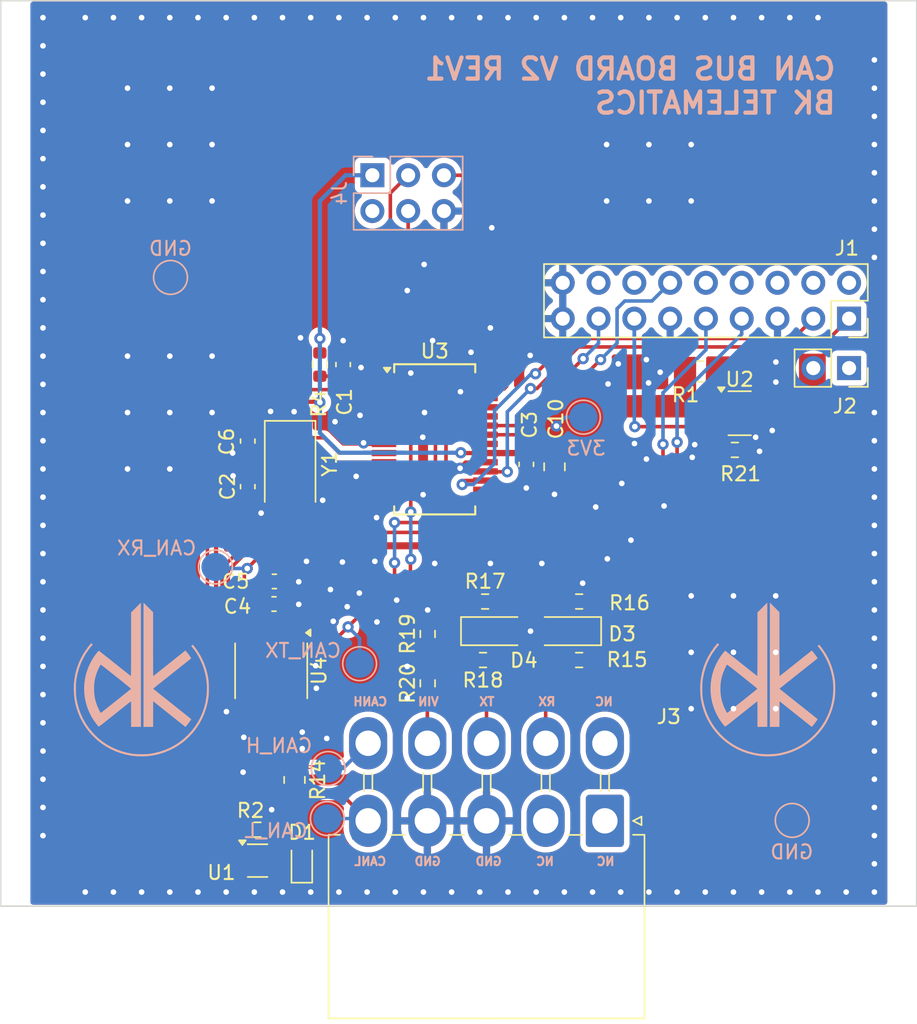
<source format=kicad_pcb>
(kicad_pcb (version 20241228) (generator "pcbnew") (generator_version "9.0")
  (title_block (date "2023-06-06") (rev "Rev 4"))
  (layers (0 "F.Cu" signal) (2 "B.Cu" signal) (13 "F.Paste" user) (15 "B.Paste" user) (5 "F.SilkS" user "F.Silkscreen") (7 "B.SilkS" user "B.Silkscreen") (1 "F.Mask" user) (3 "B.Mask" user) (25 "Edge.Cuts" user))
  (net 0 "")
  (net 1 "Net-(D3-K)")
  (net 2 "Net-(D4-K)")
  (net 3 "GND")
  (net 4 "/MCU/RESET")
  (net 8 "/UART0_RX")
  (net 10 "/UART0_TX")
  (net 12 "+VSYS")
  (net 13 "+3V3")
  (net 16 "/MCU/ICSP_DAT")
  (net 17 "/MCU/ICSP_CLK")
  (net 21 "/SERIAL_TX")
  (net 24 "/SERIAL_RX")
  (net 29 "/MCU/CAN_SHDN")
  (net 30 "/CAN_P")
  (net 31 "/CAN_N")
  (net 33 "/MCU/PIC_TX")
  (net 34 "/MCU/PIC_RX")
  (net 37 "/3V3_ON")
  (net 38 "Net-(J2-3.3V)")
  (net 39 "/OBD2_VIN")
  (net 40 "/OBD2_MEAS")
  (net 41 "/MCU/CAN_RX")
  (net 43 "/MCU/CAN_STBY")
  (net 44 "/MCU/CAN_TX")
  (net 45 "/MCU/PIC_PIN2")
  (net 46 "/MCU/PIC_PIN1")
  (net 47 "Net-(U3-OSC2_CLKOUT{slash}RA6)")
  (net 48 "Net-(U3-OSC1_CLKIN{slash}RA7)")
  (net 49 "/MCU/LED")
  (net 51 "Net-(D1-K)")
  (net 52 "Net-(D1-A)")
  (footprint "Package_SO:SOIC-8_3.9x4.9mm_P1.27mm" (layer "F.Cu") (at 148.245 118.365 -90)
    (property "Reference" "U4")
    (property "Value" "TCAN3413DR")
  )
  (footprint "Capacitor_SMD:C_0603_1608Metric" (layer "F.Cu") (at 148.47 112.025)
    (property "Reference" "C5")
    (property "Value" "1u")
  )
  (footprint "Resistor_SMD:R_0805_2012Metric" (layer "F.Cu") (at 149.9 126.1 -90)
    (property "Reference" "R14")
    (property "Value" "120R")
  )
  (footprint "Crystal:Crystal_SMD_5032-2Pin_5.0x3.2mm" (layer "F.Cu") (at 149.59 103.69 -90)
    (property "Reference" "Y1")
    (property "Value" "12MHz")
  )
  (footprint "Resistor_SMD:R_0603_1608Metric" (layer "F.Cu") (at 163.425 113.45)
    (property "Reference" "R17")
    (property "Value" "10K")
  )
  (footprint "Resistor_SMD:R_0603_1608Metric" (layer "F.Cu") (at 170.1 113.45 180)
    (property "Reference" "R16")
    (property "Value" "10K")
  )
  (footprint "Capacitor_SMD:C_0603_1608Metric" (layer "F.Cu") (at 166.35 103.725 -90)
    (property "Reference" "C3")
    (property "Value" "0.1u")
  )
  (footprint "Package_SO:SSOP-28_5.3x10.2mm_P0.65mm" (layer "F.Cu") (at 159.85 101.95)
    (property "Reference" "U3")
    (property "Value" "PIC18LF26K83-I/SS")
  )
  (footprint "Diode_SMD:D_SOD-123" (layer "F.Cu") (at 164.075 115.55)
    (property "Reference" "D4")
    (property "Value" "3.3V")
  )
  (footprint "Capacitor_SMD:C_0603_1608Metric" (layer "F.Cu") (at 153.35 96.65 90)
    (property "Reference" "C1")
    (property "Value" "0.1u")
  )
  (footprint "Connector_PinSocket_2.54mm:PinSocket_2x09_P2.54mm_Vertical" (layer "F.Cu") (at 189.255 93.393 -90)
    (property "Reference" "J1")
    (property "Value" "BK4000TG_Upper_Board_Signals")
  )
  (footprint "Resistor_SMD:R_0603_1608Metric" (layer "F.Cu") (at 147.27 129.63)
    (property "Reference" "R2")
    (property "Value" "150R")
  )
  (footprint "LED_SMD:LED_0603_1608Metric" (layer "F.Cu") (at 150.42 131.9 90)
    (property "Reference" "D1")
    (property "Value" "LED_Small_Filled" (hide yes))
  )
  (footprint "Resistor_SMD:R_0603_1608Metric" (layer "F.Cu") (at 181.15 102.7)
    (property "Reference" "R21")
    (property "Value" "100K")
  )
  (footprint "Resistor_SMD:R_0603_1608Metric" (layer "F.Cu") (at 159.35 119.25 90)
    (property "Reference" "R20")
    (property "Value" "120K")
  )
  (footprint "Resistor_SMD:R_0603_1608Metric" (layer "F.Cu") (at 163.275 117.6 180)
    (property "Reference" "R18")
    (property "Value" "10K")
  )
  (footprint "Capacitor_SMD:C_0603_1608Metric" (layer "F.Cu") (at 146.58 102.075 -90)
    (property "Reference" "C6")
    (property "Value" "18pF")
  )
  (footprint "Connector_PinSocket_2.54mm:PinSocket_1x02_P2.54mm_Vertical" (layer "F.Cu") (at 189.255 96.899 -90)
    (property "Reference" "J2")
    (property "Value" "BK4000TG_Upper_Board_Supply")
  )
  (footprint "Capacitor_SMD:C_0603_1608Metric" (layer "F.Cu") (at 148.445 113.625)
    (property "Reference" "C4")
    (property "Value" "0.1u")
  )
  (footprint "Capacitor_SMD:C_0603_1608Metric" (layer "F.Cu") (at 146.58 105.305 90)
    (property "Reference" "C2")
    (property "Value" "18pF")
  )
  (footprint "Package_TO_SOT_SMD:SOT-363_SC-70-6" (layer "F.Cu") (at 147.28 131.82)
    (property "Reference" "U1")
    (property "Value" "PUMH10,115" (hide yes))
  )
  (footprint "Connector_Molex:Molex_Mini-Fit_Jr_5569-10A2_2x05_P4.20mm_Horizontal" (layer "F.Cu") (at 171.925 129 180)
    (property "Reference" "J3")
    (property "Value" "Conn_02x05_Odd_Even")
  )
  (footprint "Fiducial:Fiducial_1mm_Mask2mm" (layer "F.Cu") (at 133.344 132.8402)
    (property "Reference" "FID1" (hide yes))
    (property "Value" "Fiducial")
  )
  (footprint "Fiducial:Fiducial_1mm_Mask2mm" (layer "F.Cu") (at 189.3764 73.2264)
    (property "Reference" "FID2" (hide yes))
    (property "Value" "Fiducial")
  )
  (footprint "Resistor_SMD:R_0603_1608Metric" (layer "F.Cu") (at 170.1 117.6)
    (property "Reference" "R15")
    (property "Value" "10K")
  )
  (footprint "Package_TO_SOT_SMD:TSOT-23-6" (layer "F.Cu") (at 181.4875 100.1)
    (property "Reference" "U2")
    (property "Value" "SIP32510")
  )
  (footprint "Capacitor_SMD:C_0805_2012Metric" (layer "F.Cu") (at 168.35 103.9 -90)
    (property "Reference" "C10")
    (property "Value" "10u")
  )
  (footprint "Resistor_SMD:R_0603_1608Metric" (layer "F.Cu") (at 151.7 96.65 -90)
    (property "Reference" "R4")
    (property "Value" "15K")
  )
  (footprint "Fiducial:Fiducial_1mm_Mask2mm" (layer "F.Cu") (at 133.3948 73.3026)
    (property "Reference" "FID3" (hide yes))
    (property "Value" "Fiducial")
  )
  (footprint "Diode_SMD:D_SOD-123" (layer "F.Cu") (at 169.3 115.55 180)
    (property "Reference" "D3")
    (property "Value" "3.3V")
  )
  (footprint "Resistor_SMD:R_0603_1608Metric" (layer "F.Cu") (at 159.35 115.75 90)
    (property "Reference" "R19")
    (property "Value" "10K")
  )
  (footprint "Resistor_SMD:R_0805_2012Metric_Pad1.20x1.40mm_HandSolder" (layer "F.Cu") (at 178.71 97.14 180)
    (property "Reference" "R1")
    (property "Value" "0" (hide yes))
  )
  (footprint "TestPoint:TestPoint_Pad_D2.0mm" (layer "B.Cu") (at 170.4 100.38)
    (property "Reference" "TP1" (hide yes))
    (property "Value" "3V3")
  )
  (footprint "TestPoint:TestPoint_Pad_D2.0mm" (layer "B.Cu") (at 152.29 125.29)
    (property "Reference" "TP4" (hide yes))
    (property "Value" "CAN_H")
  )
  (footprint "Connector_PinHeader_2.54mm:PinHeader_2x03_P2.54mm_Vertical" (layer "B.Cu") (at 155.425 83.225 -90)
    (property "Reference" "J4")
    (property "Value" "-")
  )
  (footprint "My_Footprints:bk_logo_10mm" (layer "B.Cu") (at 139 119 180)
    (property "Reference" "G***" (hide yes))
    (property "Value" "LOGO" (hide yes))
  )
  (footprint "My_Footprints:bk_logo_10mm" (layer "B.Cu") (at 183.45 119 180)
    (property "Reference" "G***" (hide yes))
    (property "Value" "LOGO" (hide yes))
  )
  (footprint "TestPoint:TestPoint_Pad_D2.0mm" (layer "B.Cu") (at 141.1 90.47)
    (property "Reference" "TP6" (hide yes))
    (property "Value" "GND")
  )
  (footprint "TestPoint:TestPoint_Pad_D2.0mm" (layer "B.Cu") (at 144.29 111)
    (property "Reference" "TP3" (hide yes))
    (property "Value" "CAN_RX")
  )
  (footprint "TestPoint:TestPoint_Pad_D2.0mm" (layer "B.Cu") (at 185.22 128.97)
    (property "Reference" "TP7" (hide yes))
    (property "Value" "GND")
  )
  (footprint "TestPoint:TestPoint_Pad_D2.0mm" (layer "B.Cu") (at 154.52 117.86)
    (property "Reference" "TP2" (hide yes))
    (property "Value" "CAN_TX")
  )
  (footprint "TestPoint:TestPoint_Pad_D2.0mm" (layer "B.Cu") (at 152.23 128.84)
    (property "Reference" "TP5" (hide yes))
    (property "Value" "CAN_L")
  )
  (gr_rect (start 129.05 70.85) (end 194.05 135.05) (stroke (width 0.1)) (fill no) (layer "Edge.Cuts"))
  (gr_text "NC" (at 171.86 120.55 0) (layer "B.SilkS") (effects (font (size 0.6 0.6)) (justify mirror)))
  (gr_text "CAN BUS BOARD V2 REV1\nBK TELEMATICS\n" (at 188.45 76.9 0) (layer "B.SilkS") (effects (font (size 1.5 1.5) (thickness 0.3)) (justify left mirror)))
  (gr_text "GND" (at 159.35 131.875 0) (layer "B.SilkS") (effects (font (size 0.6 0.6)) (justify mirror)))
  (gr_text "CANH" (at 155.275 120.55 0) (layer "B.SilkS") (effects (font (size 0.6 0.6)) (justify mirror)))
  (gr_text "CANL" (at 155.275 131.875 0) (layer "B.SilkS") (effects (font (size 0.6 0.6)) (justify mirror)))
  (gr_text "GND" (at 163.675 131.875 0) (layer "B.SilkS") (effects (font (size 0.6 0.6)) (justify mirror)))
  (gr_text "VIN" (at 159.4 120.55 0) (layer "B.SilkS") (effects (font (size 0.6 0.6)) (justify mirror)))
  (gr_text "TX" (at 163.55 120.55 0) (layer "B.SilkS") (effects (font (size 0.6 0.6)) (justify mirror)))
  (gr_text "NC" (at 171.975 131.875 0) (layer "B.SilkS") (effects (font (size 0.6 0.6)) (justify mirror)))
  (gr_text "NC" (at 167.68 131.875 0) (layer "B.SilkS") (effects (font (size 0.6 0.6)) (justify mirror)))
  (gr_text "RX" (at 167.81 120.55 0) (layer "B.SilkS") (effects (font (size 0.6 0.6)) (justify mirror)))
  (segment (start 170.925 113.45) (end 170.925 117.6) (width 0.25) (layer "F.Cu") (net 1))
  (segment (start 162.45 117.6) (end 162.45 113.6) (width 0.25) (layer "F.Cu") (net 2))
  (segment (start 162.45 113.6) (end 162.6 113.45) (width 0.25) (layer "F.Cu") (net 2))
  (segment (start 162.025 103.575) (end 161.8 103.8) (width 0.254) (layer "F.Cu") (net 3))
  (segment (start 161.8 103.8) (end 161.8 103.85) (width 0.254) (layer "F.Cu") (net 3))
  (segment (start 156.25 102.275) (end 154.875 102.275) (width 0.3) (layer "F.Cu") (net 3))
  (segment (start 163.45 103.575) (end 162.025 103.575) (width 0.254) (layer "F.Cu") (net 3))
  (segment (start 146.58 104.53) (end 146.58 102.85) (width 0.25) (layer "F.Cu") (net 3))
  (segment (start 161.8 103.85) (end 161.65 104) (width 0.254) (layer "F.Cu") (net 3))
  (segment (start 154.875 102.275) (end 154.8 102.2) (width 0.3) (layer "F.Cu") (net 3))
  (via (at 191.05 110.05) (size 0.8) (drill 0.4) (layers "F.Cu" "B.Cu") (net 3))
  (via (at 149.05 72.05) (size 0.8) (drill 0.4) (layers "F.Cu" "B.Cu") (net 3))
  (via (at 157.05 72.05) (size 0.8) (drill 0.4) (layers "F.Cu" "B.Cu") (net 3))
  (via (at 141.05 81.05) (size 0.8) (drill 0.4) (layers "F.Cu" "B.Cu") (net 3))
  (via (at 155.05 134.05) (size 0.8) (drill 0.4) (layers "F.Cu" "B.Cu") (net 3))
  (via (at 191.05 112.05) (size 0.8) (drill 0.4) (layers "F.Cu" "B.Cu") (net 3))
  (via (at 147.05 72.05) (size 0.8) (drill 0.4) (layers "F.Cu" "B.Cu") (net 3))
  (via (at 161.05 72.05) (size 0.8) (drill 0.4) (layers "F.Cu" "B.Cu") (net 3))
  (via (at 132.05 126.05) (size 0.8) (drill 0.4) (layers "F.Cu" "B.Cu") (net 3))
  (via (at 150.45 122.71) (size 0.8) (drill 0.4) (layers "F.Cu" "B.Cu") (net 3))
  (via (at 132.05 118.05) (size 0.8) (drill 0.4) (layers "F.Cu" "B.Cu") (net 3))
  (via (at 143.05 72.05) (size 0.8) (drill 0.4) (layers "F.Cu" "B.Cu") (net 3))
  (via (at 132.05 82.05) (size 0.8) (drill 0.4) (layers "F.Cu" "B.Cu") (net 3))
  (via (at 175.05 134.05) (size 0.8) (drill 0.4) (layers "F.Cu" "B.Cu") (net 3))
  (via (at 178.125 103.225) (size 0.8) (drill 0.4) (layers "F.Cu" "B.Cu") (net 3))
  (via (at 132.05 96.05) (size 0.8) (drill 0.4) (layers "F.Cu" "B.Cu") (net 3))
  (via (at 132.05 100.05) (size 0.8) (drill 0.4) (layers "F.Cu" "B.Cu") (net 3))
  (via (at 157.9 120.3) (size 0.8) (drill 0.4) (layers "F.Cu" "B.Cu") (net 3))
  (via (at 151.05 72.05) (size 0.8) (drill 0.4) (layers "F.Cu" "B.Cu") (net 3))
  (via (at 166.35 105.4) (size 0.8) (drill 0.4) (layers "F.Cu" "B.Cu") (net 3))
  (via (at 187.05 134.05) (size 0.8) (drill 0.4) (layers "F.Cu" "B.Cu") (net 3))
  (via (at 146.3 123.075) (size 0.8) (drill 0.4) (layers "F.Cu" "B.Cu") (net 3))
  (via (at 135.05 134.05) (size 0.8) (drill 0.4) (layers "F.Cu" "B.Cu") (net 3))
  (via (at 173.125 105.075) (size 0.8) (drill 0.4) (layers "F.Cu" "B.Cu") (net 3))
  (via (at 191.05 134.05) (size 0.8) (drill 0.4) (layers "F.Cu" "B.Cu") (net 3))
  (via (at 157.9 91.4) (size 0.8) (drill 0.4) (layers "F.Cu" "B.Cu") (net 3))
  (via (at 182.625 101.8) (size 0.8) (drill 0.4) (layers "F.Cu" "B.Cu") (net 3))
  (via (at 157.15 113.35) (size 0.8) (drill 0.4) (layers "F.Cu" "B.Cu") (net 3))
  (via (at 154.8 102.2) (size 0.8) (drill 0.4) (layers "F.Cu" "B.Cu") (net 3))
  (via (at 175.85 97.19) (size 0.8) (drill 0.4) (layers "F.Cu" "B.Cu") (net 3))
  (via (at 163.05 134.05) (size 0.8) (drill 0.4) (layers "F.Cu" "B.Cu") (net 3))
  (via (at 173.05 134.05) (size 0.8) (drill 0.4) (layers "F.Cu" "B.Cu") (net 3))
  (via (at 184.05 121.05) (size 0.8) (drill 0.4) (layers "F.Cu" "B.Cu") (net 3))
  (via (at 159.05 134.05) (size 0.8) (drill 0.4) (layers "F.Cu" "B.Cu") (net 3))
  (via (at 163.8 110.75) (size 0.8) (drill 0.4) (layers "F.Cu" "B.Cu") (net 3))
  (via (at 159 101.8) (size 0.8) (drill 0.4) (layers "F.Cu" "B.Cu") (net 3))
  (via (at 191.05 116.05) (size 0.8) (drill 0.4) (layers "F.Cu" "B.Cu") (net 3))
  (via (at 132.05 130.05) (size 0.8) (drill 0.4) (layers "F.Cu" "B.Cu") (net 3))
  (via (at 132.05 108.05) (size 0.8) (drill 0.4) (layers "F.Cu" "B.Cu") (net 3))
  (via (at 147.05 134.05) (size 0.8) (drill 0.4) (layers "F.Cu" "B.Cu") (net 3))
  (via (at 132.05 72.05) (size 0.8) (drill 0.4) (layers "F.Cu" "B.Cu") (net 3))
  (via (at 150.2 112.05) (size 0.8) (drill 0.4) (layers "F.Cu" "B.Cu") (net 3))
  (via (at 171.05 134.05) (size 0.8) (drill 0.4) (layers "F.Cu" "B.Cu") (net 3))
  (via (at 132.05 128.05) (size 0.8) (drill 0.4) (layers "F.Cu" "B.Cu") (net 3))
  (via (at 167.05 134.05) (size 0.8) (drill 0.4) (layers "F.Cu" "B.Cu") (net 3))
  (via (at 169.05 72.05) (size 0.8) (drill 0.4) (layers "F.Cu" "B.Cu") (net 3))
  (via (at 132.05 80.05) (size 0.8) (drill 0.4) (layers "F.Cu" "B.Cu") (net 3))
  (via (at 175.05 72.05) (size 0.8) (drill 0.4) (layers "F.Cu" "B.Cu") (net 3))
  (via (at 132.05 74.05) (size 0.8) (drill 0.4) (layers "F.Cu" "B.Cu") (net 3))
  (via (at 158.15 97.25) (size 0.8) (drill 0.4) (layers "F.Cu" "B.Cu") (net 3))
  (via (at 166.65 115.55) (size 0.8) (drill 0.4) (layers "F.Cu" "B.Cu") (net 3))
  (via (at 181.05 113.05) (size 0.8) (drill 0.4) (layers "F.Cu" "B.Cu") (net 3))
  (via (at 138.05 96.05) (size 0.8) (drill 0.4) (layers "F.Cu" "B.Cu") (net 3))
  (via (at 144.05 77.05) (size 0.8) (drill 0.4) (layers "F.Cu" "B.Cu") (net 3))
  (via (at 157.05 134.05) (size 0.8) (drill 0.4) (layers "F.Cu" "B.Cu") (net 3))
  (via (at 149.87 99.99) (size 0.8) (drill 0.4) (layers "F.Cu" "B.Cu") (net 3))
  (via (at 191.05 118.05) (size 0.8) (drill 0.4) (layers "F.Cu" "B.Cu") (net 3))
  (via (at 150.325 94.75) (size 0.8) (drill 0.4) (layers "F.Cu" "B.Cu") (net 3))
  (via (at 132.05 98.05) (size 0.8) (drill 0.4) (layers "F.Cu" "B.Cu") (net 3))
  (via (at 191.05 124.05) (size 0.8) (drill 0.4) (layers "F.Cu" "B.Cu") (net 3))
  (via (at 179.05 72.05) (size 0.8) (drill 0.4) (layers "F.Cu" "B.Cu") (net 3))
  (via (at 191.05 79.05) (size 0.8) (drill 0.4) (layers "F.Cu" "B.Cu") (net 3))
  (via (at 172.05 85.05) (size 0.8) (drill 0.4) (layers "F.Cu" "B.Cu") (net 3))
  (via (at 163.05 72.05) (size 0.8) (drill 0.4) (layers "F.Cu" "B.Cu") (net 3))
  (via (at 151.45 119.6) (size 0.8) (drill 0.4) (layers "F.Cu" "B.Cu") (net 3))
  (via (at 181.05 134.05) (size 0.8) (drill 0.4) (layers "F.Cu" "B.Cu") (net 3))
  (via (at 132.05 92.05) (size 0.8) (drill 0.4) (layers "F.Cu" "B.Cu") (net 3))
  (via (at 150.75 110.6) (size 0.8) (drill 0.4) (layers "F.Cu" "B.Cu") (net 3))
  (via (at 178.05 113.05) (size 0.8) (drill 0.4) (layers "F.Cu" "B.Cu") (net 3))
  (via (at 165.05 72.05) (size 0.8) (drill 0.4) (layers "F.Cu" "B.Cu") (net 3))
  (via (at 132.05 112.05) (size 0.8) (drill 0.4) (layers "F.Cu" "B.Cu") (net 3))
  (via (at 159.025 105.875) (size 0.8) (drill 0.4) (layers "F.Cu" "B.Cu") (net 3))
  (via (at 191.05 104.05) (size 0.8) (drill 0.4) (layers "F.Cu" "B.Cu") (net 3))
  (via (at 176.125 106.675) (size 0.8) (drill 0.4) (layers "F.Cu" "B.Cu") (net 3))
  (via (at 145.54 104.54) (size 0.8) (drill 0.4) (layers "F.Cu" "B.Cu") (net 3))
  (via (at 151.9 106.27) (size 0.8) (drill 0.4) (layers "F.Cu" "B.Cu") (net 3))
  (via (at 165.05 134.05) (size 0.8) (drill 0.4) (layers "F.Cu" "B.Cu") (net 3))
  (via (at 132.05 102.05) (size 0.8) (drill 0.4) (layers "F.Cu" "B.Cu") (net 3))
  (via (at 138.05 100.05) (size 0.8) (drill 0.4) (layers "F.Cu" "B.Cu") (net 3))
  (via (at 144.05 81.05) (size 0.8) (drill 0.4) (layers "F.Cu" "B.Cu") (net 3))
  (via (at 181.05 117.05) (size 0.8) (drill 0.4) (layers "F.Cu" "B.Cu") (net 3))
  (via (at 145.51 102.92) (size 0.8) (drill 0.4) (layers "F.Cu" "B.Cu") (net 3))
  (via (at 152.19 123.16) (size 0.8) (drill 0.4) (layers "F.Cu" "B.Cu") (net 3))
  (via (at 154.62 96.86) (size 0.8) (drill 0.4) (layers "F.Cu" "B.Cu") (net 3))
  (via (at 168.35 105.85) (size 0.8) (drill 0.4) (layers "F.Cu" "B.Cu") (net 3))
  (via (at 161.05 134.05) (size 0.8) (drill 0.4) (layers "F.Cu" "B.Cu") (net 3))
  (via (at 132.05 86.05) (size 0.8) (drill 0.4) (layers "F.Cu" "B.Cu") (net 3))
  (via (at 153.3 110.65) (size 0.8) (drill 0.4) (layers "F.Cu" "B.Cu") (net 3))
  (via (at 151.05 134.05) (size 0.8) (drill 0.4) (layers "F.Cu" "B.Cu") (net 3))
  (via (at 178.3 102.325) (size 0.8) (drill 0.4) (layers "F.Cu" "B.Cu") (net 3))
  (via (at 152.775 100.7) (size 0.8) (drill 0.4) (layers "F.Cu" "B.Cu") (net 3))
  (via (at 172.1 110.425) (size 0.8) (drill 0.4) (layers "F.Cu" "B.Cu") (net 3))
  (via (at 185.05 134.05) (size 0.8) (drill 0.4) (layers "F.Cu" "B.Cu") (net 3))
  (via (at 138.05 77.05) (size 0.8) (drill 0.4) (layers "F.Cu" "B.Cu") (net 3))
  (via (at 178.05 121.05) (size 0.8) (drill 0.4) (layers "F.Cu" "B.Cu") (net 3))
  (via (at 191.05 108.05) (size 0.8) (drill 0.4) (layers "F.Cu" "B.Cu") (net 3))
  (via (at 148.2 99.97) (size 0.8) (drill 0.4) (layers "F.Cu" "B.Cu") (net 3))
  (via (at 148.28 128.21) (size 0.8) (drill 0.4) (layers "F.Cu" "B.Cu") (net 3))
  (via (at 141.05 96.05) (size 0.8) (drill 0.4) (layers "F.Cu" "B.Cu") (net 3))
  (via (at 183.8 101.325) (size 0.8) (drill 0.4) (layers "F.Cu" "B.Cu") (net 3))
  (via (at 159.7 94.95) (size 0.8) (drill 0.4) (layers "F.Cu" "B.Cu") (net 3))
  (via (at 191.05 85.05) (size 0.8) (drill 0.4) (layers "F.Cu" "B.Cu") (net 3))
  (via (at 138.05 85.05) (size 0.8) (drill 0.4) (layers "F.Cu" "B.Cu") (net 3))
  (via (at 162.425 95.775) (size 0.8) (drill 0.4) (layers "F.Cu" "B.Cu") (net 3))
  (via (at 139.05 72.05) (size 0.8) (drill 0.4) (layers "F.Cu" "B.Cu") (net 3))
  (via (at 174.875 103.35) (size 0.8) (drill 0.4) (layers "F.Cu" "B.Cu") (net 3))
  (via (at 153.35 94.95) (size 0.8) (drill 0.4) (layers "F.Cu" "B.Cu") (net 3))
  (via (at 141.05 134.05) (size 0.8) (drill 0.4) (layers "F.Cu" "B.Cu") (net 3))
  (via (at 163.8 94.05) (size 0.8) (drill 0.4) (layers "F.Cu" "B.Cu") (net 3))
  (via (at 177.05 72.05) (size 0.8) (drill 0.4) (layers "F.Cu" "B.Cu") (net 3))
  (via (at 159.85 110.75) (size 0.8) (drill 0.4) (layers "F.Cu" "B.Cu") (net 3))
  (via (at 163.9 86.95) (size 0.8) (drill 0.4) (layers "F.Cu" "B.Cu") (net 3))
  (via (at 184.06 97.89) (size 0.8) (drill 0.4) (layers "F.Cu" "B.Cu") (net 3))
  (via (at 191.05 128.05) (size 0.8) (drill 0.4) (layers "F.Cu" "B.Cu") (net 3))
  (via (at 132.05 124.05) (size 0.8) (drill 0.4) (layers "F.Cu" "B.Cu") (net 3))
  (via (at 170.35 112.15) (size 0.8) (drill 0.4) (layers "F.Cu" "B.Cu") (net 3))
  (via (at 150.2 113.65) (size 0.8) (drill 0.4) (layers "F.Cu" "B.Cu") (net 3))
  (via (at 144.05 100.05) (size 0.8) (drill 0.4) (layers "F.Cu" "B.Cu") (net 3))
  (via (at 144.05 96.05) (size 0.8) (drill 0.4) (layers "F.Cu" "B.Cu") (net 3))
  (via (at 159.1 89.55) (size 0.8) (drill 0.4) (layers "F.Cu" "B.Cu") (net 3))
  (via (at 184.05 117.05) (size 0.8) (drill 0.4) (layers "F.Cu" "B.Cu") (net 3))
  (via (at 132.05 78.05) (size 0.8) (drill 0.4) (layers "F.Cu" "B.Cu") (net 3))
  (via (at 144.05 85.05) (size 0.8) (drill 0.4) (layers "F.Cu" "B.Cu") (net 3))
  (via (at 154.5 112.85) (size 0.8) (drill 0.4) (layers "F.Cu" "B.Cu") (net 3))
  (via (at 132.05 90.05) (size 0.8) (drill 0.4) (layers "F.Cu" "B.Cu") (net 3))
  (via (at 153.05 72.05) (size 0.8) (drill 0.4) (layers "F.Cu" "B.Cu") (net 3))
  (via (at 161.65 104) (size 0.8) (drill 0.4) (layers "F.Cu" "B.Cu") (net 3))
  (via (at 167.45 110.75) (size 0.8) (drill 0.4) (layers "F.Cu" "B.Cu") (net 3))
  (via (at 191.05 114.05) (size 0.8) (drill 0.4) (layers "F.Cu" "B.Cu") (net 3))
  (via (at 191.05 75.05) (size 0.8) (drill 0.4) (layers "F.Cu" "B.Cu") (net 3))
  (via (at 183.05 72.05) (size 0.8) (drill 0.4) (layers "F.Cu" "B.Cu") (net 3))
  (via (at 154.275 104.575) (size 0.8) (drill 0.4) (layers "F.Cu" "B.Cu") (net 3))
  (via (at 191.05 126.05) (size 0.8) (drill 0.4) (layers "F.Cu" "B.Cu") (net 3))
  (via (at 175.05 81.05) (size 0.8) (drill 0.4) (layers "F.Cu" "B.Cu") (net 3))
  (via (at 150.45 123.88) (size 0.8) (drill 0.4) (layers "F.Cu" "B.Cu") (net 3))
  (via (at 132.05 88.05) (size 0.8) (drill 0.4) (layers "F.Cu" "B.Cu") (net 3))
  (via (at 141.05 72.05) (size 0.8) (drill 0.4) (layers "F.Cu" "B.Cu") (net 3))
  (via (at 132.05 104.05) (size 0.8) (drill 0.4) (layers "F.Cu" "B.Cu") (net 3))
  (via (at 132.05 84.05) (size 0.8) (drill 0.4) (layers "F.Cu" "B.Cu") (net 3))
  (via (at 178.05 117.05) (size 0.8) (drill 0.4) (layers "F.Cu" "B.Cu") (net 3))
  (via (at 145.05 134.05) (size 0.8) (drill 0.4) (layers "F.Cu" "B.Cu") (net 3))
  (via (at 132.05 106.05) (size 0.8) (drill 0.4) (layers "F.Cu" "B.Cu") (net 3))
  (via (at 166.625 96) (size 0.8) (drill 0.4) (layers "F.Cu" "B.Cu") (net 3))
  (via (at 178.05 85.05) (size 0.8) (drill 0.4) (layers "F.Cu" "B.Cu") (net 3))
  (via (at 181.05 121.05) (size 0.8) (drill 0.4) (layers "F.Cu" "B.Cu") (net 3))
  (via (at 191.05 132.05) (size 0.8) (drill 0.4) (layers "F.Cu" "B.Cu") (net 3))
  (via (at 191.05 102.05) (size 0.8) (drill 0.4) (layers "F.Cu" "B.Cu") (net 3))
  (via (at 191.05 77.05) (size 0.8) (drill 0.4) (layers "F.Cu" "B.Cu") (net 3))
  (via (at 132.05 120.05) (size 0.8) (drill 0.4) (layers "F.Cu" "B.Cu") (net 3))
  (via (at 191.05 87.05) (size 0.8) (drill 0.4) (layers "F.Cu" "B.Cu") (net 3))
  (via (at 139.05 134.05) (size 0.8) (drill 0.4) (layers "F.Cu" "B.Cu") (net 3))
  (via (at 169.05 134.05) (size 0.8) (drill 0.4) (layers "F.Cu" "B.Cu") (net 3))
  (via (at 146.25 125.55) (size 0.8) (drill 0.4) (layers "F.Cu" "B.Cu") (net 3))
  (via (at 141.05 104.05) (size 0.8) (drill 0.4) (layers "F.Cu" "B.Cu") (net 3))
  (via (at 171.05 72.05) (size 0.8) (drill 0.4) (layers "F.Cu" "B.Cu") (net 3))
  (via (at 137.05 72.05) (size 0.8) (drill 0.4) (layers "F.Cu" "B.Cu") (net 3))
  (via (at 141.05 85.05) (size 0.8) (drill 0.4) (layers "F.Cu" "B.Cu") (net 3))
  (via (at 159.05 72.05) (size 0.8) (drill 0.4) (layers "F.Cu" "B.Cu") (net 3))
  (via (at 172.05 81.05) (size 0.8) (drill 0.4) (layers "F.Cu" "B.Cu") (net 3))
  (via (at 137.05 134.05) (size 0.8) (drill 0.4) (layers "F.Cu" "B.Cu") (net 3))
  (via (at 159.125 100.05) (size 0.8) (drill 0.4) (layers "F.Cu" "B.Cu") (net 3))
  (via (at 184.06 96.47) (size 0.8) (drill 0.4) (layers "F.Cu" "B.Cu") (net 3))
  (via (at 185.05 72.05) (size 0.8) (drill 0.4) (layers "F.Cu" "B.Cu") (net 3))
  (via (at 171.275 106.75) (size 0.8) (drill 0.4) (layers "F.Cu" "B.Cu") (net 3))
  (via (at 161.675 98.575) (size 0.8) (drill 0.4) (layers "F.Cu" "B.Cu") (net 3))
  (via (at 191.05 120.05) (size 0.8) (drill 0.4) (layers "F.Cu" "B.Cu") (net 3))
  (via (at 132.05 116.05) (size 0.8) (drill 0.4) (layers "F.Cu" "B.Cu") (net 3))
  (via (at 175.05 85.05) (size 0.8) (drill 0.4) (layers "F.Cu" "B.Cu") (net 3))
  (via (at 147.53 107.18) (size 0.8) (drill 0.4) (layers "F.Cu" "B.Cu") (net 3))
  (via (at 152.45 112.6) (size 0.8) (drill 0.4) (layers "F.Cu" "B.Cu") (net 3))
  (via (at 153.05 134.05) (size 0.8) (drill 0.4) (layers "F.Cu" "B.Cu") (net 3))
  (via (at 181.05 72.05) (size 0.8) (drill 0.4) (layers "F.Cu" "B.Cu") (net 3))
  (via (at 191.05 122.05) (size 0.8) (drill 0.4) (layers "F.Cu" "B.Cu") (net 3))
  (via (at 145.05 72.05) (size 0.8) (drill 0.4) (layers "F.Cu" "B.Cu") (net 3))
  (via (at 174.025 102.25) (size 0.8) (drill 0.4) (layers "F.Cu" "B.Cu") (net 3))
  (via (at 173.05 72.05) (size 0.8) (drill 0.4) (layers "F.Cu" "B.Cu") (net 3))
  (via (at 149.05 134.05) (size 0.8) (drill 0.4) (layers "F.Cu" "B.Cu") (net 3))
  (via (at 184.05 113.05) (size 0.8) (drill 0.4) (layers "F.Cu" "B.Cu") (net 3))
  (via (at 143.05 134.05) (size 0.8) (drill 0.4) (layers "F.Cu" "B.Cu") (net 3))
  (via (at 179.05 134.05) (size 0.8) (drill 0.4) (layers "F.Cu" "B.Cu") (net 3))
  (via (at 172.15 98.025) (size 0.8) (drill 0.4) (layers "F.Cu" "B.Cu") (net 3))
  (via (at 151.4 118) (size 0.8) (drill 0.4) (layers "F.Cu" "B.Cu") (net 3))
  (via (at 177.05 134.05) (size 0.8) (drill 0.4) (layers "F.Cu" "B.Cu") (net 3))
  (via (at 175.025 97.95) (size 0.8) (drill 0.4) (layers "F.Cu" "B.Cu") (net 3))
  (via (at 191.05 89.05) (size 0.8) (drill 0.4) (layers "F.Cu" "B.Cu") (net 3))
  (via (at 152.65 114.85) (size 0.8) (drill 0.4) (layers "F.Cu" "B.Cu") (net 3))
  (via (at 155.725 107.5) (size 0.8) (drill 0.4) (layers "F.Cu" "B.Cu") (net 3))
  (via (at 191.05 106.05) (size 0.8) (drill 0.4) (layers "F.Cu" "B.Cu") (net 3))
  (via (at 132.05 76.05) (size 0.8) (drill 0.4) (layers "F.Cu" "B.Cu") (net 3))
  (via (at 132.05 114.05) (size 0.8) (drill 0.4) (layers "F.Cu" "B.Cu") (net 3))
  (via (at 154.55 100.25) (size 0.8) (drill 0.4) (layers "F.Cu" "B.Cu") (net 3))
  (via (at 155.75 114.9) (size 0.8) (drill 0.4) (layers "F.Cu" "B.Cu") (net 3))
  (via (at 191.05 83.05) (size 0.8) (drill 0.4) (layers "F.Cu" "B.Cu") (net 3))
  (via (at 135.05 72.05) (size 0.8) (drill 0.4) (layers "F.Cu" "B.Cu") (net 3))
  (via (at 141.05 77.05) (size 0.8) (drill 0.4) (layers "F.Cu" "B.Cu") (net 3))
  (via (at 132.05 122.05) (size 0.8) (drill 0.4) (layers "F.Cu" "B.Cu") (net 3))
  (via (at 189.05 134.05) (size 0.8) (drill 0.4) (layers "F.Cu" "B.Cu") (net 3))
  (via (at 132.05 94.05) (size 0.8) (drill 0.4) (layers "F.Cu" "B.Cu") (net 3))
  (via (at 155.05 72.05) (size 0.8) (drill 0.4) (layers "F.Cu" "B.Cu") (net 3))
  (via (at 141.05 100.05) (size 0.8) (drill 0.4) (layers "F.Cu" "B.Cu") (net 3))
  (via (at 145.07 121.26) (size 0.8) (drill 0.4) (layers "F.Cu" "B.Cu") (net 3))
  (via (at 167.05 72.05) (size 0.8) (drill 0.4) (layers "F.Cu" "B.Cu") (net 3))
  (via (at 138.05 104.05) (size 0.8) (drill 0.4) (layers "F.Cu" "B.Cu") (net 3))
  (via (at 183.05 134.05) (size 0.8) (drill 0.4) (layers "F.Cu" "B.Cu") (net 3))
  (via (at 138.05 81.05) (size 0.8) (drill 0.4) (layers "F.Cu" "B.Cu") (net 3))
  (via (at 191.05 130.05) (size 0.8) (drill 0.4) (layers "F.Cu" "B.Cu") (net 3))
  (via (at 173.775 109.1) (size 0.8) (drill 0.4) (layers "F.Cu" "B.Cu") (net 3))
  (via (at 191.05 100.05) (size 0.8) (drill 0.4) (layers "F.Cu" "B.Cu") (net 3))
  (via (at 182.9 102.8) (size 0.8) (drill 0.4) (layers "F.Cu" "B.Cu") (net 3))
  (via (at 191.05 81.05) (size 0.8) (drill 0.4) (layers "F.Cu" "B.Cu") (net 3))
  (via (at 153.64 113.82) (size 0.8) (drill 0.4) (layers "F.Cu" "B.Cu") (net 3))
  (via (at 178.05 81.05) (size 0.8) (drill 0.4) (layers "F.Cu" "B.Cu") (net 3))
  (via (at 159.35 114.05) (size 0.8) (drill 0.4) (layers "F.Cu" "B.Cu") (net 3))
  (via (at 132.05 110.05) (size 0.8) (drill 0.4) (layers "F.Cu" "B.Cu") (net 3))
  (via (at 157.9 118.05) (size 0.8) (drill 0.4) (layers "F.Cu" "B.Cu") (net 3))
  (via (at 187.05 72.05) (size 0.8) (drill 0.4) (layers "F.Cu" "B.Cu") (net 3))
  (via (at 174.87 96.3) (size 0.8) (drill 0.4) (layers "F.Cu" "B.Cu") (net 3))
  (via (at 172.875 96.6) (size 0.8) (drill 0.4) (layers "F.Cu" "B.Cu") (net 3))
  (via (at 155.6 110.6) (size 0.8) (drill 0.4) (layers "F.Cu" "B.Cu") (net 3))
  (segment (start 154.225 97.475) (end 151.7 97.475) (width 0.25) (layer "F.Cu") (net 4))
  (segment (start 154.475 97.725) (end 154.225 97.475) (width 0.25) (layer "F.Cu") (net 4))
  (segment (start 156.7 95.55) (end 156.25 96) (width 0.254) (layer "F.Cu") (net 4))
  (segment (start 156.25 97.725) (end 154.475 97.725) (width 0.25) (layer "F.Cu") (net 4))
  (segment (start 157.965 83.225) (end 156.7 84.49) (width 0.254) (layer "F.Cu") (net 4))
  (segment (start 156.7 84.49) (end 156.7 95.55) (width 0.254) (layer "F.Cu") (net 4))
  (segment (start 156.25 96) (end 156.25 97.725) (width 0.254) (layer "F.Cu") (net 4))
  (segment (start 177.05 104.1) (end 177.05 102.15) (width 0.254) (layer "F.Cu") (net 8))
  (segment (start 169.275 113.45) (end 169.275 111.875) (width 0.254) (layer "F.Cu") (net 8))
  (segment (start 169.275 111.875) (end 171.55 109.6) (width 0.254) (layer "F.Cu") (net 8))
  (segment (start 171.55 109.6) (end 177.05 104.1) (width 0.254) (layer "F.Cu") (net 8))
  (via (at 177.05 102.15) (size 0.8) (drill 0.4) (layers "F.Cu" "B.Cu") (net 8))
  (segment (start 177.05 99.08) (end 181.635 94.495) (width 0.254) (layer "B.Cu") (net 8))
  (segment (start 181.635 94.495) (end 181.635 93.393) (width 0.254) (layer "B.Cu") (net 8))
  (segment (start 177.05 100.8) (end 177.05 100.1) (width 0.254) (layer "B.Cu") (net 8))
  (segment (start 177.05 100.8) (end 177.05 102.15) (width 0.254) (layer "B.Cu") (net 8))
  (segment (start 177.05 100.1) (end 177.05 100.085) (width 0.254) (layer "B.Cu") (net 8))
  (segment (start 177.05 100.1) (end 177.05 99.08) (width 0.254) (layer "B.Cu") (net 8))
  (segment (start 166.35 113.45) (end 170.7 109.1) (width 0.254) (layer "F.Cu") (net 10))
  (segment (start 176.05 103.75) (end 176.05 102.3) (width 0.254) (layer "F.Cu") (net 10))
  (segment (start 164.25 113.45) (end 166.35 113.45) (width 0.254) (layer "F.Cu") (net 10))
  (segment (start 170.7 109.1) (end 176.05 103.75) (width 0.254) (layer "F.Cu") (net 10))
  (via (at 176.05 102.3) (size 0.8) (drill 0.4) (layers "F.Cu" "B.Cu") (net 10))
  (segment (start 176.05 102.3) (end 176.05 98.65) (width 0.254) (layer "B.Cu") (net 10))
  (segment (start 176.05 98.65) (end 179.095 95.605) (width 0.254) (layer "B.Cu") (net 10))
  (segment (start 179.095 95.605) (end 179.095 93.393) (width 0.254) (layer "B.Cu") (net 10))
  (segment (start 169.65 102.95) (end 170.25 103.55) (width 0.5) (layer "F.Cu") (net 13))
  (segment (start 146.971 99.269) (end 144.334 101.906) (width 0.3) (layer "F.Cu") (net 13))
  (segment (start 144.334 127.644) (end 146.32 129.63) (width 0.3) (layer "F.Cu") (net 13))
  (segment (start 167.95 109.5) (end 169.775 107.675) (width 0.5) (layer "F.Cu") (net 13))
  (segment (start 146.32 129.63) (end 146.445 129.63) (width 0.3) (layer "F.Cu") (net 13))
  (segment (start 168.35 102.95) (end 169.65 102.95) (width 0.5) (layer "F.Cu") (net 13))
  (segment (start 147.61 113.685) (end 147.67 113.625) (width 0.5) (layer "F.Cu") (net 13))
  (segment (start 151.66 99.29) (end 150.56 99.29) (width 0.3) (layer "F.Cu") (net 13))
  (segment (start 147.61 111.29) (end 149.4 109.5) (width 0.5) (layer "F.Cu") (net 13))
  (segment (start 151.7 99.33) (end 151.66 99.29) (width 0.25) (layer "F.Cu") (net 13))
  (segment (start 170.25 107.2) (end 169.775 107.675) (width 0.5) (layer "F.Cu") (net 13))
  (segment (start 144.334 101.906) (end 144.334 127.644) (width 0.3) (layer "F.Cu") (net 13))
  (segment (start 163.45 102.925) (end 161.725 102.925) (width 0.3) (layer "F.Cu") (net 13))
  (segment (start 150.539 99.269) (end 146.971 99.269) (width 0.3) (layer "F.Cu") (net 13))
  (segment (start 147.61 115.9) (end 147.61 111.29) (width 0.5) (layer "F.Cu") (net 13))
  (segment (start 150.56 99.29) (end 150.539 99.269) (width 0.3) (layer "F.Cu") (net 13))
  (segment (start 149.4 109.5) (end 167.95 109.5) (width 0.5) (layer "F.Cu") (net 13))
  (segment (start 170.25 103.55) (end 170.25 107.2) (width 0.5) (layer "F.Cu") (net 13))
  (segment (start 161.725 102.925) (end 161.7 102.9) (width 0.3) (layer "F.Cu") (net 13))
  (segment (start 151.7 94.8) (end 151.7 95.825) (width 0.3) (layer "F.Cu") (net 13))
  (via (at 151.7 99.33) (size 0.8) (drill 0.4) (layers "F.Cu" "B.Cu") (net 13))
  (via (at 151.7 94.8) (size 0.8) (drill 0.4) (layers "F.Cu" "B.Cu") (net 13))
  (via (at 168.49 101.01) (size 0.8) (drill 0.4) (layers "F.Cu" "B.Cu") (net 13))
  (via (at 161.7 102.9) (size 0.8) (drill 0.4) (layers "F.Cu" "B.Cu") (net 13))
  (segment (start 151.7 99.33) (end 151.7 94.8) (width 0.3) (layer "B.Cu") (net 13))
  (segment (start 157.65 102.9) (end 153.1 102.9) (width 0.3) (layer "B.Cu") (net 13))
  (segment (start 169.12 100.38) (end 170.4 100.38) (width 0.25) (layer "B.Cu") (net 13))
  (segment (start 153.525 83.225) (end 151.7 85.05) (width 0.3) (layer "B.Cu") (net 13))
  (segment (start 151.7 101.5) (end 151.7 99.8) (width 0.3) (layer "B.Cu") (net 13))
  (segment (start 151.7 94.8) (end 151.7 85.05) (width 0.3) (layer "B.Cu") (net 13))
  (segment (start 161.7 102.9) (end 157.65 102.9) (width 0.3) (layer "B.Cu") (net 13))
  (segment (start 168.49 101.01) (end 169.12 100.38) (width 0.25) (layer "B.Cu") (net 13))
  (segment (start 157.65 102.9) (end 154.8 102.9) (width 0.3) (layer "B.Cu") (net 13))
  (segment (start 153.1 102.9) (end 151.7 101.5) (width 0.3) (layer "B.Cu") (net 13))
  (segment (start 151.7 99.8) (end 151.7 99.33) (width 0.3) (layer "B.Cu") (net 13))
  (segment (start 155.425 83.225) (end 153.525 83.225) (width 0.3) (layer "B.Cu") (net 13))
  (segment (start 157.965 85.765) (end 157.965 89.965) (width 0.254) (layer "F.Cu") (net 16))
  (segment (start 157.965 89.965) (end 163.45 95.45) (width 0.254) (layer "F.Cu") (net 16))
  (segment (start 163.45 95.45) (end 163.45 97.725) (width 0.254) (layer "F.Cu") (net 16))
  (segment (start 164.775 98.375) (end 164.95 98.2) (width 0.254) (layer "F.Cu") (net 17))
  (segment (start 163.45 98.375) (end 164.775 98.375) (width 0.254) (layer "F.Cu") (net 17))
  (segment (start 161.725 83.225) (end 160.505 83.225) (width 0.254) (layer "F.Cu") (net 17))
  (segment (start 164.95 98.2) (end 164.95 86.45) (width 0.254) (layer "F.Cu") (net 17))
  (segment (start 164.95 86.45) (end 161.725 83.225) (width 0.254) (layer "F.Cu") (net 17))
  (segment (start 164.1 119.4) (end 164.1 117.6) (width 0.25) (layer "F.Cu") (net 21))
  (segment (start 163.525 119.975) (end 164.1 119.4) (width 0.25) (layer "F.Cu") (net 21))
  (segment (start 163.525 123.5) (end 163.525 119.975) (width 0.25) (layer "F.Cu") (net 21))
  (segment (start 167.725 123.5) (end 167.725 120.825) (width 0.25) (layer "F.Cu") (net 24))
  (segment (start 167.725 120.825) (end 169.275 119.275) (width 0.25) (layer "F.Cu") (net 24))
  (segment (start 169.275 119.275) (end 169.275 117.6) (width 0.25) (layer "F.Cu") (net 24))
  (segment (start 144.76 117.04099) (end 144.76 117.08) (width 0.25) (layer "F.Cu") (net 29))
  (segment (start 144.760495 117.040495) (end 144.76 117.04099) (width 0.25) (layer "F.Cu") (net 29))
  (segment (start 153.601009 105.525) (end 151.707009 107.419) (width 0.25) (layer "F.Cu") (net 29))
  (segment (start 144.76 117.08) (end 146.34 118.66) (width 0.25) (layer "F.Cu") (net 29))
  (segment (start 156.25 105.525) (end 153.601009 105.525) (width 0.25) (layer "F.Cu") (net 29))
  (segment (start 151.707009 107.419) (end 148.409446 107.419) (width 0.25) (layer "F.Cu") (net 29))
  (segment (start 148.409446 107.419) (end 144.760495 111.067951) (width 0.25) (layer "F.Cu") (net 29))
  (segment (start 144.760495 111.067951) (end 144.760495 117.040495) (width 0.25) (layer "F.Cu") (net 29))
  (segment (start 146.34 118.66) (end 146.34 120.85) (width 0.25) (layer "F.Cu") (net 29))
  (segment (start 153.4375 125.1875) (end 155.125 123.5) (width 0.254) (layer "F.Cu") (net 30))
  (segment (start 148.5875 125.1875) (end 148.3 124.9) (width 0.254) (layer "F.Cu") (net 30))
  (segment (start 148.88 122.32) (end 148.88 120.85) (width 0.254) (layer "F.Cu") (net 30))
  (segment (start 148.3 122.9) (end 148.88 122.32) (width 0.254) (layer "F.Cu") (net 30))
  (segment (start 148.3 124.9) (end 148.3 124.42) (width 0.254) (layer "F.Cu") (net 30))
  (segment (start 149.9 125.1875) (end 148.5875 125.1875) (width 0.254) (layer "F.Cu") (net 30))
  (segment (start 148.3 124.42) (end 148.3 122.9) (width 0.254) (layer "F.Cu") (net 30))
  (segment (start 149.9 125.1875) (end 153.4375 125.1875) (width 0.254) (layer "F.Cu") (net 30))
  (segment (start 155.125 124.25) (end 155.125 123.5) (width 0.254) (layer "F.Cu") (net 30))
  (segment (start 153.87 123.5) (end 155.125 123.5) (width 0.2) (layer "B.Cu") (net 30))
  (segment (start 153.335 125.29) (end 155.125 123.5) (width 0.24) (layer "B.Cu") (net 30))
  (segment (start 152.29 125.29) (end 153.335 125.29) (width 0.24) (layer "B.Cu") (net 30))
  (segment (start 153.1375 127.0125) (end 155.125 129) (width 0.254) (layer "F.Cu") (net 31))
  (segment (start 147.61 120.85) (end 147.61 126.21) (width 0.254) (layer "F.Cu") (net 31))
  (segment (start 147.785 126.385) (end 148.4125 127.0125) (width 0.254) (layer "F.Cu") (net 31))
  (segment (start 148.4125 127.0125) (end 149.9 127.0125) (width 0.254) (layer "F.Cu") (net 31))
  (segment (start 147.61 126.21) (end 147.785 126.385) (width 0.254) (layer "F.Cu") (net 31))
  (segment (start 149.9 127.0125) (end 153.1375 127.0125) (width 0.254) (layer "F.Cu") (net 31))
  (segment (start 154.42 130.24) (end 154.07 130.24) (width 0.2) (layer "B.Cu") (net 31))
  (segment (start 155.35 129.31) (end 154.42 130.24) (width 0.2) (layer "B.Cu") (net 31))
  (segment (start 155.125 129) (end 154.965 128.84) (width 0.24) (layer "B.Cu") (net 31))
  (segment (start 155.125 129.085) (end 155.35 129.31) (width 0.2) (layer "B.Cu") (net 31))
  (segment (start 154.965 128.84) (end 152.23 128.84) (width 0.24) (layer "B.Cu") (net 31))
  (segment (start 155.125 129) (end 155.125 129.085) (width 0.2) (layer "B.Cu") (net 31))
  (segment (start 163.45 104.875) (end 161.875 104.875) (width 0.254) (layer "F.Cu") (net 33))
  (segment (start 186.715 93.393) (end 185.308 94.8) (width 0.254) (layer "F.Cu") (net 33))
  (segment (start 163.45 104.875) (end 162.075 104.875) (width 0.254) (layer "F.Cu") (net 33))
  (segment (start 185.308 94.8) (end 169.5 94.8) (width 0.254) (layer "F.Cu") (net 33))
  (segment (start 162.075 104.875) (end 161.8 105.15) (width 0.254) (layer "F.Cu") (net 33))
  (segment (start 169.5 94.8) (end 167 97.3) (width 0.254) (layer "F.Cu") (net 33))
  (via (at 161.8 105.15) (size 0.8) (drill 0.4) (layers "F.Cu" "B.Cu") (net 33))
  (via (at 167 97.3) (size 0.8) (drill 0.4) (layers "F.Cu" "B.Cu") (net 33))
  (segment (start 162.6 105.15) (end 163 104.75) (width 0.254) (layer "B.Cu") (net 33))
  (segment (start 166.7 97.3) (end 164.1 99.9) (width 0.254) (layer "B.Cu") (net 33))
  (segment (start 161.8 105.15) (end 162.6 105.15) (width 0.254) (layer "B.Cu") (net 33))
  (segment (start 167 97.3) (end 166.7 97.3) (width 0.254) (layer "B.Cu") (net 33))
  (segment (start 164.1 99.9) (end 164.1 103.65) (width 0.254) (layer "B.Cu") (net 33))
  (segment (start 164.1 103.65) (end 163 104.75) (width 0.254) (layer "B.Cu") (net 33))
  (segment (start 170.05 95.4) (end 187.248 95.4) (width 0.254) (layer "F.Cu") (net 34))
  (segment (start 166.65 98.35) (end 167.1 98.35) (width 0.254) (layer "F.Cu") (net 34))
  (segment (start 167.1 98.35) (end 170.05 95.4) (width 0.254) (layer "F.Cu") (net 34))
  (segment (start 165 104.25) (end 163.475 104.25) (width 0.254) (layer "F.Cu") (net 34))
  (segment (start 163.475 104.25) (end 163.45 104.225) (width 0.254) (layer "F.Cu") (net 34))
  (segment (start 187.248 95.4) (end 189.255 93.393) (width 0.254) (layer "F.Cu") (net 34))
  (via (at 166.65 98.35) (size 0.8) (drill 0.4) (layers "F.Cu" "B.Cu") (net 34))
  (via (at 165 104.25) (size 0.8) (drill 0.4) (layers "F.Cu" "B.Cu") (net 34))
  (segment (start 165 100) (end 166.65 98.35) (width 0.254) (layer "B.Cu") (net 34))
  (segment (start 165 104.25) (end 165 100) (width 0.254) (layer "B.Cu") (net 34))
  (segment (start 180.325 101.075) (end 180.35 101.05) (width 0.254) (layer "F.Cu") (net 37))
  (segment (start 174.05 101.05) (end 180.35 101.05) (width 0.254) (layer "F.Cu") (net 37))
  (segment (start 180.35 101.05) (end 178.15 101.05) (width 0.254) (layer "F.Cu") (net 37))
  (segment (start 180.325 102.7) (end 180.325 101.075) (width 0.254) (layer "F.Cu") (net 37))
  (via (at 174.05 101.05) (size 0.8) (drill 0.4) (layers "F.Cu" "B.Cu") (net 37))
  (segment (start 174.015 101.015) (end 174.015 93.393) (width 0.254) (layer "B.Cu") (net 37))
  (segment (start 174.05 101.05) (end 174.015 101.015) (width 0.254) (layer "B.Cu") (net 37))
  (segment (start 174.015 93.393) (end 174.015 98.815) (width 0.254) (layer "B.Cu") (net 37))
  (segment (start 159.325 120.1) (end 159.35 120.075) (width 0.254) (layer "F.Cu") (net 39))
  (segment (start 159.325 123.5) (end 159.325 120.1) (width 0.254) (layer "F.Cu") (net 39))
  (segment (start 158.15 98.75) (end 157.775 98.375) (width 0.254) (layer "F.Cu") (net 40))
  (segment (start 159.35 118.425) (end 159.35 116.575) (width 0.254) (layer "F.Cu") (net 40))
  (segment (start 158.15 107.1) (end 158.15 98.75) (width 0.254) (layer "F.Cu") (net 40))
  (segment (start 157.775 98.375) (end 156.25 98.375) (width 0.254) (layer "F.Cu") (net 40))
  (segment (start 158.125 110.475) (end 158.15 110.45) (width 0.254) (layer "F.Cu") (net 40))
  (segment (start 159.35 116.575) (end 158.425 116.575) (width 0.254) (layer "F.Cu") (net 40))
  (segment (start 158.125 116.275) (end 158.125 110.475) (width 0.254) (layer "F.Cu") (net 40))
  (segment (start 158.425 116.575) (end 158.125 116.275) (width 0.254) (layer "F.Cu") (net 40))
  (via (at 158.15 110.45) (size 0.8) (drill 0.4) (layers "F.Cu" "B.Cu") (net 40))
  (via (at 158.15 107.1) (size 0.8) (drill 0.4) (layers "F.Cu" "B.Cu") (net 40))
  (segment (start 158.15 110.45) (end 158.15 107.1) (width 0.254) (layer "B.Cu") (net 40))
  (segment (start 159.35 108.55) (end 157.25 108.55) (width 0.254) (layer "F.Cu") (net 41))
  (segment (start 160.65 107.25) (end 159.35 108.55) (width 0.254) (layer "F.Cu") (net 41))
  (segment (start 146.34 111.31) (end 146.545 111.105) (width 0.254) (layer "F.Cu") (net 41))
  (segment (start 146.545 111.105) (end 149.1 108.55) (width 0.254) (layer "F.Cu") (net 41))
  (segment (start 149.1 108.55) (end 157.25 108.55) (width 0.254) (layer "F.Cu") (net 41))
  (segment (start 160.65 101.2) (end 160.65 107.25) (width 0.254) (layer "F.Cu") (net 41))
  (segment (start 146.34 115.9) (end 146.34 111.31) (width 0.254) (layer "F.Cu") (net 41))
  (segment (start 161.525 100.325) (end 160.65 101.2) (width 0.254) (layer "F.Cu") (net 41))
  (segment (start 163.45 100.325) (end 161.525 100.325) (width 0.254) (layer "F.Cu") (net 41))
  (via (at 146.545 111.105) (size 0.8) (drill 0.4) (layers "F.Cu" "B.Cu") (net 41))
  (segment (start 144.4 111.11) (end 144.29 111) (width 0.25) (layer "B.Cu") (net 41))
  (segment (start 146.545 111.105) (end 145.945 111.105) (width 0.25) (layer "B.Cu") (net 41))
  (segment (start 145.94 111.11) (end 144.4 111.11) (width 0.25) (layer "B.Cu") (net 41))
  (segment (start 145.945 111.105) (end 145.94 111.11) (width 0.25) (layer "B.Cu") (net 41))
  (segment (start 153.595 106.175) (end 151.95 107.82) (width 0.25) (layer "F.Cu") (net 43))
  (segment (start 146.45 118.2) (end 149.25 118.2) (width 0.254) (layer "F.Cu") (net 43))
  (segment (start 151.95 107.82) (end 148.63 107.82) (width 0.25) (layer "F.Cu") (net 43))
  (segment (start 156.25 106.175) (end 153.595 106.175) (width 0.25) (layer "F.Cu") (net 43))
  (segment (start 149.25 118.2) (end 150.15 119.1) (width 0.254) (layer "F.Cu") (net 43))
  (segment (start 150.15 119.1) (end 150.15 120.85) (width 0.254) (layer "F.Cu") (net 43))
  (segment (start 145.2 111.25) (end 145.2 116.95) (width 0.254) (layer "F.Cu") (net 43))
  (segment (start 145.2 116.95) (end 146.45 118.2) (width 0.254) (layer "F.Cu") (net 43))
  (segment (start 148.63 107.82) (end 145.2 111.25) (width 0.25) (layer "F.Cu") (net 43))
  (segment (start 155.3 113.65) (end 157 111.95) (width 0.254) (layer "F.Cu") (net 44))
  (segment (start 150.16 115.9) (end 151.15 115.9) (width 0.254) (layer "F.Cu") (net 44))
  (segment (start 157 110.7) (end 157 110.65) (width 0.254) (layer "F.Cu") (net 44))
  (segment (start 157 107.85) (end 158.8 107.85) (width 0.254) (layer "F.Cu") (net 44))
  (segment (start 153.7 115.25) (end 153.05 115.9) (width 0.254) (layer "F.Cu") (net 44))
  (segment (start 153.05 115.9) (end 150.16 115.9) (width 0.254) (layer "F.Cu") (net 44))
  (segment (start 157 111.95) (end 157 110.7) (width 0.254) (layer "F.Cu") (net 44))
  (segment (start 153.7 115.25) (end 155.3 113.65) (width 0.254) (layer "F.Cu") (net 44))
  (segment (start 159.9 100.9) (end 161.125 99.675) (width 0.254) (layer "F.Cu") (net 44))
  (segment (start 158.8 107.85) (end 159.9 106.75) (width 0.254) (layer "F.Cu") (net 44))
  (segment (start 159.9 106.75) (end 159.9 100.9) (width 0.254) (layer "F.Cu") (net 44))
  (segment (start 161.125 99.675) (end 163.45 99.675) (width 0.254) (layer "F.Cu") (net 44))
  (segment (start 150.16 115.9) (end 150.15 115.89) (width 0.254) (layer "F.Cu") (net 44))
  (via (at 157 110.7) (size 0.8) (drill 0.4) (layers "F.Cu" "B.Cu") (net 44))
  (via (at 153.7 115.25) (size 0.8) (drill 0.4) (layers "F.Cu" "B.Cu") (net 44))
  (via (at 157 107.85) (size 0.8) (drill 0.4) (layers "F.Cu" "B.Cu") (net 44))
  (segment (start 153.7 115.25) (end 154.52 116.07) (width 0.25) (layer "B.Cu") (net 44))
  (segment (start 154.52 116.07) (end 154.52 117.86) (width 0.25) (layer "B.Cu") (net 44))
  (segment (start 157 110.7) (end 157 107.85) (width 0.254) (layer "B.Cu") (net 44))
  (segment (start 163.45 100.975) (end 165.635 100.975) (width 0.25) (layer "F.Cu") (net 45))
  (segment (start 165.635 100.975) (end 170.38 96.23) (width 0.25) (layer "F.Cu") (net 45))
  (via (at 170.38 96.23) (size 0.8) (drill 0.4) (layers "F.Cu" "B.Cu") (net 45))
  (segment (start 171.475 95.135) (end 171.475 93.393) (width 0.25) (layer "B.Cu") (net 45))
  (segment (start 170.38 96.23) (end 171.475 95.135) (width 0.25) (layer "B.Cu") (net 45))
  (segment (start 166.295 101.625) (end 171.62 96.3) (width 0.25) (layer "F.Cu") (net 46))
  (segment (start 163.45 101.625) (end 166.295 101.625) (width 0.25) (layer "F.Cu") (net 46))
  (via (at 171.62 96.3) (size 0.8) (drill 0.4) (layers "F.Cu" "B.Cu") (net 46))
  (segment (start 173.34 92.14) (end 175.268 92.14) (width 0.25) (layer "B.Cu") (net 46))
  (segment (start 172.79 95.13) (end 172.79 92.69) (width 0.25) (layer "B.Cu") (net 46))
  (segment (start 171.62 96.3) (end 172.79 95.13) (width 0.25) (layer "B.Cu") (net 46))
  (segment (start 172.79 92.69) (end 173.34 92.14) (width 0.25) (layer "B.Cu") (net 46))
  (segment (start 175.268 92.14) (end 176.555 90.853) (width 0.25) (layer "B.Cu") (net 46))
  (segment (start 151.09 105.54) (end 149.59 105.54) (width 0.25) (layer "F.Cu") (net 47))
  (segment (start 156.25 103.575) (end 153.055 103.575) (width 0.25) (layer "F.Cu") (net 47))
  (segment (start 146.58 106.08) (end 149.05 106.08) (width 0.25) (layer "F.Cu") (net 47))
  (segment (start 149.05 106.08) (end 149.59 105.54) (width 0.25) (layer "F.Cu") (net 47))
  (segment (start 153.055 103.575) (end 151.09 105.54) (width 0.25) (layer "F.Cu") (net 47))
  (segment (start 151.99 101.84) (end 149.59 101.84) (width 0.25) (layer "F.Cu") (net 48))
  (segment (start 153.075 102.925) (end 151.99 101.84) (width 0.25) (layer "F.Cu") (net 48))
  (segment (start 146.58 101.3) (end 149.05 101.3) (width 0.25) (layer "F.Cu") (net 48))
  (segment (start 149.05 101.3) (end 149.59 101.84) (width 0.25) (layer "F.Cu") (net 48))
  (segment (start 156.25 102.925) (end 153.075 102.925) (width 0.25) (layer "F.Cu") (net 48))
  (segment (start 146.005001 131.82) (end 146.33 131.82) (width 0.25) (layer "F.Cu") (net 49))
  (segment (start 154.59 98.43) (end 147.1 98.43) (width 0.25) (layer "F.Cu") (net 49))
  (segment (start 143.72 101.81) (end 143.72 129.534999) (width 0.25) (layer "F.Cu") (net 49))
  (segment (start 156.25 99.025) (end 156.165 98.94) (width 0.25) (layer "F.Cu") (net 49))
  (segment (start 155.1 98.94) (end 154.59 98.43) (width 0.25) (layer "F.Cu") (net 49))
  (segment (start 143.72 129.534999) (end 146.005001 131.82) (width 0.25) (layer "F.Cu") (net 49))
  (segment (start 147.1 98.43) (end 143.72 101.81) (width 0.25) (layer "F.Cu") (net 49))
  (segment (start 156.165 98.94) (end 155.1 98.94) (width 0.25) (layer "F.Cu") (net 49))
  (segment (start 148.23 131.17) (end 148.9025 131.17) (width 0.3) (layer "F.Cu") (net 51))
  (segment (start 148.9025 131.17) (end 150.42 132.6875) (width 0.3) (layer "F.Cu") (net 51))
  (segment (start 148.9375 129.63) (end 150.42 131.1125) (width 0.3) (layer "F.Cu") (net 52))
  (segment (start 148.095 129.63) (end 148.9375 129.63) (width 0.3) (layer "F.Cu") (net 52))
  (zone (net 13) (net_name "+3V3") (layer "F.Cu") (priority 2) (connect_pads yes (clearance 0.2)) (min_thickness 0.15) (fill yes (thermal_gap 0.508) (thermal_bridge_width 0.508))
    (polygon (pts (xy 181.0125 98.85) (xy 178.4 98.88) (xy 178.4 96.1) (xy 176.82 96.1) (xy 176.83 98.8) (xy 165.6 98.85) (xy 165.6 102.7) (xy 162.575 102.7) (xy 162.575 103.15) (xy 165.6 103.15) (xy 165.6 103.5) (xy 167.475 103.5) (xy 172.22 103.5) (xy 172.22 100.4) (xy 181.0125 100.4)))
  )
  (zone (net 38) (net_name "Net-(J2-3.3V)") (layer "F.Cu") (priority 1) (connect_pads yes (clearance 0.35)) (min_thickness 0.25) (fill yes (thermal_gap 0.5) (thermal_bridge_width 0.5))
    (polygon (pts (xy 187.6 100.4) (xy 181.95 100.4) (xy 181.95 98.7) (xy 181.93 98.13) (xy 179.08 98.13) (xy 179.12 96.07) (xy 182.78 96.07) (xy 182.78 98.6907) (xy 185.7 98.7) (xy 185.7 95.65) (xy 187.6 95.65)))
  )
  (zone (net 3) (net_name "GND") (layers "*.Cu") (connect_pads thru_hole_only (clearance 0.4)) (min_thickness 0.4) (fill yes (thermal_gap 0.508) (thermal_bridge_width 0.508))
    (polygon (pts (xy 191.9672 134.9484) (xy 131.1596 134.9484) (xy 131.1596 70.915) (xy 191.9672 70.915)))
  )
)
</source>
